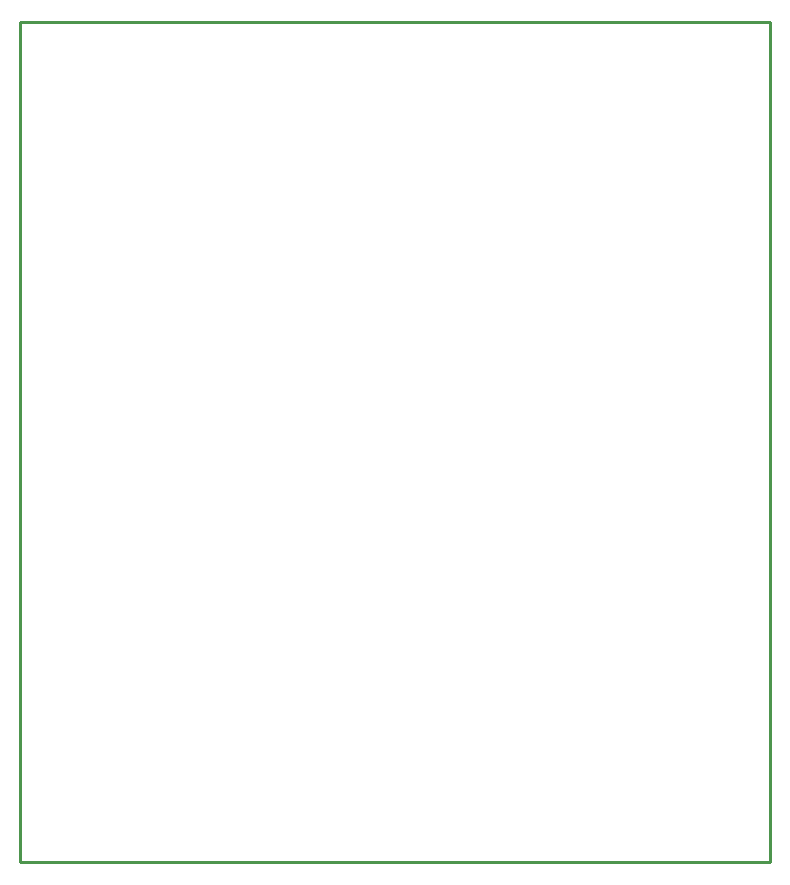
<source format=gko>
G04 Layer: BoardOutlineLayer*
G04 EasyEDA v6.5.34, 2023-10-20 22:40:53*
G04 e57982c86cb447f5a272f3456a71b57b,57889503967a4714bf52c07adae62c9a,10*
G04 Gerber Generator version 0.2*
G04 Scale: 100 percent, Rotated: No, Reflected: No *
G04 Dimensions in millimeters *
G04 leading zeros omitted , absolute positions ,4 integer and 5 decimal *
%FSLAX45Y45*%
%MOMM*%

%ADD10C,0.2540*%
D10*
X508000Y13462000D02*
G01*
X6858000Y13462000D01*
X6858000Y6350000D01*
X508000Y6350000D01*
X508000Y13462000D01*

%LPD*%
M02*

</source>
